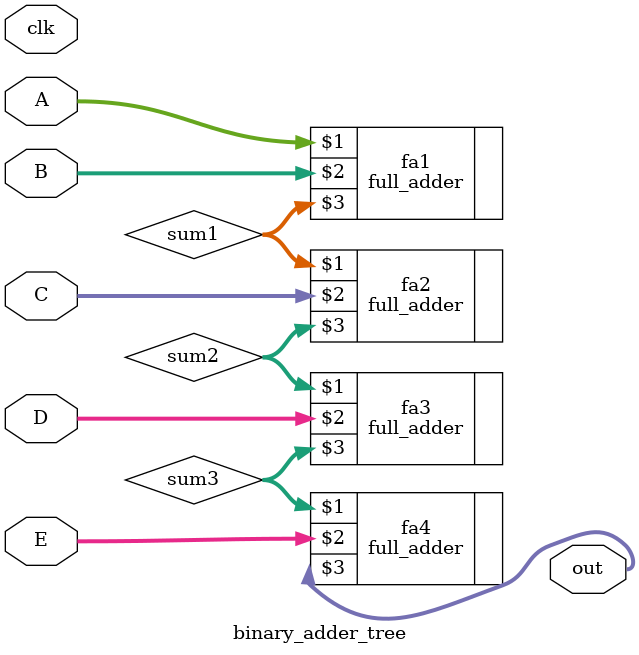
<source format=v>
module binary_adder_tree (
  input [15:0] A,
  input [15:0] B,
  input [15:0] C,
  input [15:0] D,
  input [15:0] E,
  input clk,
  output [15:0] out
);

  wire [15:0] sum1;
  wire [15:0] sum2;
  wire [15:0] sum3;

  full_adder fa1 (A, B, sum1);
  full_adder fa2 (sum1, C, sum2);
  full_adder fa3 (sum2, D, sum3);
  full_adder fa4 (sum3, E, out);

endmodule
</source>
